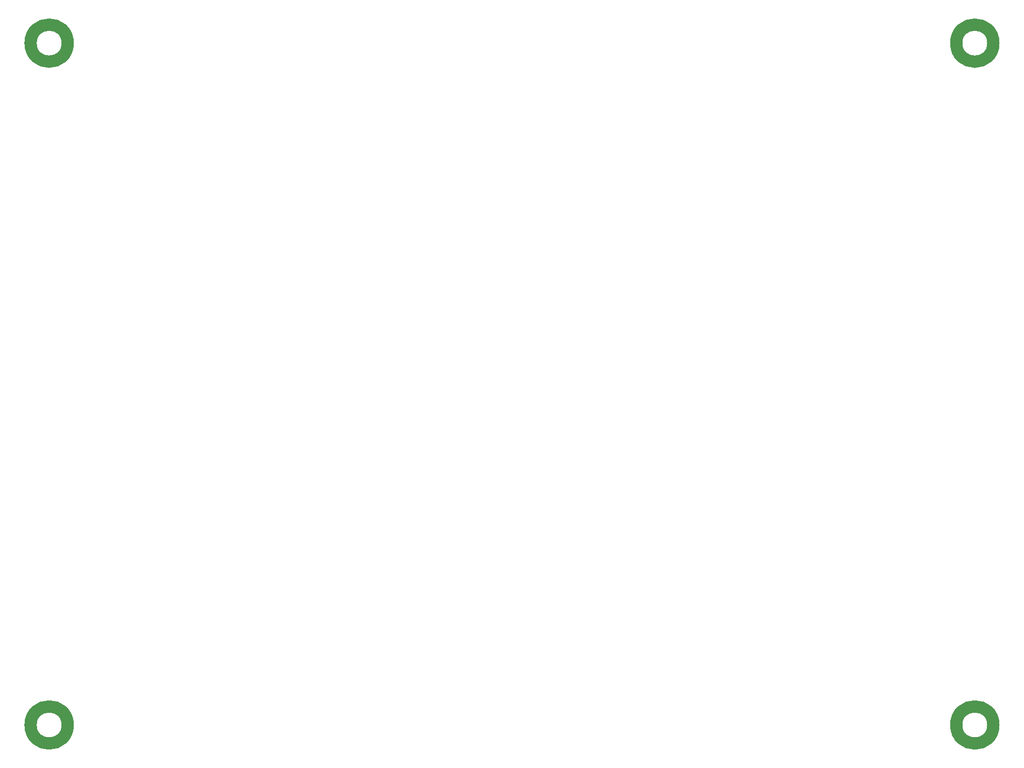
<source format=gm1>
G04*
G04 #@! TF.GenerationSoftware,Altium Limited,Altium Designer,25.0.2 (28)*
G04*
G04 Layer_Color=16711935*
%FSLAX44Y44*%
%MOMM*%
G71*
G04*
G04 #@! TF.SameCoordinates,AC037715-0773-48B7-9E6E-B3265F142276*
G04*
G04*
G04 #@! TF.FilePolarity,Positive*
G04*
G01*
G75*
%ADD159C,2.0320*%
D159*
X100480Y70000D02*
G03*
X100480Y70000I-30480J0D01*
G01*
X1620480D02*
G03*
X1620480Y70000I-30480J0D01*
G01*
X100480Y1190000D02*
G03*
X100480Y1190000I-30480J0D01*
G01*
X1620480D02*
G03*
X1620480Y1190000I-30480J0D01*
G01*
M02*

</source>
